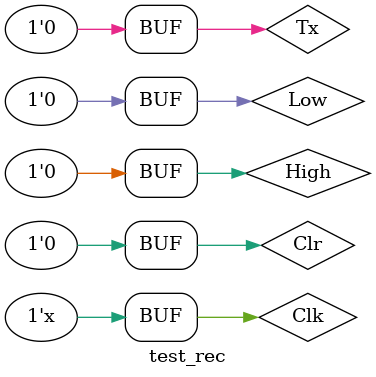
<source format=v>
`timescale 1ns / 1ps


module test_rec;

	// Inputs
	reg Clk;
	reg Clr;
	reg High;
	reg Low;
	reg Tx;

	// Bidirs
	wire Rx;
	wire [31:0] out_fifo;

	// Instantiate the Unit Under Test (UUT)
	RECModule uut (
		.Clk(Clk), 
		.out_fifo(out_fifo),
		.Clr(Clr), 
		.High(High), 
		.Low(Low), 
		.Tx(Tx), 
		.Rx(Rx)
	);

	initial begin
		// Initialize Inputs
		Clk = 0;
		Clr = 0;
		High = 0;
		Low = 0;
		Tx = 0;

		// Wait 100 ns for global reset to finish
		#100;
        
		// Add stimulus here

	end
      
		always
	#20.834 Clk = !Clk;
	
	initial
	begin
	
	#20.84 High <= 1;
	#5000.16 High <= 0;
	
	#5000.16 Low <= 1;
	#5000.16 Low <= 0;
	
	#5000.16 High <= 1;//
	#5000.16 High <= 0;
	
	#5000.16 High <= 1;//
	#5000.16 High <= 0;
	
	#5000.16 High <= 1;
	#5000.16 High <= 0;
	
	#5000.16 High <= 1;
	#5000.16 High <= 0;
	
	#5000.16 High <= 1;
	#5000.16 High <= 0;
	
	#5000.16 High <= 1;
	#5000.16 High <= 0;
	
	#5000.16 High <= 1;
	#5000.16 High <= 0;
	
	#5000.16 High <= 1;
	#5000.16 High <= 0;
	
	#5000.16 High <= 1;
	#5000.16 High <= 0;
	
	#5000.16 Low <= 1;
	#5000.16 Low <= 0;
	
	#5000.16 High <= 1;
	#5000.16 High <= 0;
	
	#5000.16 High <= 1;
	#5000.16 High <= 0;
	
	#5000.16 High <= 1;
	#5000.16 High <= 0;
	
	#5000.16 High <= 1;
	#5000.16 High <= 0;
	
	#5000.16 High <= 1;
	#5000.16 High <= 0;
	
	#5000.16 High <= 1;
	#5000.16 High <= 0;
	
	#5000.16 Low <= 1;
	#5000.16 Low <= 0;
	
	#5000.16 High <= 1;
	#5000.16 High <= 0;
	
	#5000.16 High <= 1;
	#5000.16 High <= 0;
	
	#5000.16 High <= 1;
	#5000.16 High <= 0;
	
	#5000.16 High <= 1;//
	#5000.16 High <= 0;
	
	#5000.16 High <= 1;//
	#5000.16 High <= 0;
	
	#5000.16 High <= 1;
	#5000.16 High <= 0;
	
	#5000.16 High <= 1;
	#5000.16 High <= 0;
	
	#5000.16 High <= 1;
	#5000.16 High <= 0;
	
	#5000.16 High <= 1;
	#5000.16 High <= 0;
	
	#5000.16 High <= 1;
	#5000.16 High <= 0;
	
	#5000.16 Low <= 1;
	#5000.16 Low <= 0;
	
	#5000.16 Low <= 1;
	#5000.16 Low <= 0;
	
	#5000.16 High <= 1;
	#5000.16 High <= 0;
////	
//	//#100000
////	
////	
////	//////////////
//   #1000000 High <= 1;
//	#5000.16 High	<= 0;
//	
//	#5000.16 Low <= 1;
//	#5000.16 Low <= 0;
//	
//	#5000.16 High <= 1;//
//	#5000.16 High <= 0;
//	
//	#5000.16 Low <= 1;
//	#5000.16 Low <= 0;
//	
//	#5000.16 High <= 1;
//	#5000.16 High <= 0;
//	
//	#5000.16 High <= 1;
//	#5000.16 High <= 0;
//	
//	#5000.16 High <= 1;
//	#5000.16 High <= 0;
//	
//	#5000.16 High <= 1;
//	#5000.16 High <= 0;
//	
//	#5000.16 High <= 1;
//	#5000.16 High <= 0;
//	
//	#5000.16 High <= 1;
//	#5000.16 High <= 0;
//	
//	#5000.16 High <= 1;
//	#5000.16 High <= 0;
//	
//	#5000.16 Low <= 1;
//	#5000.16 Low <= 0;
//	
//	#5000.16 High <= 1;
//	#5000.16 High <= 0;
//	
//	#5000.16 High <= 1;
//	#5000.16 High <= 0;
//	
//	#5000.16 High <= 1;
//	#5000.16 High <= 0;
//	
//	#5000.16 High <= 1;
//	#5000.16 High <= 0;
//	
//	#5000.16 High <= 1;
//	#5000.16 High <= 0;
//	
//	#5000.16 High <= 1;
//	#5000.16 High <= 0;
//	
//	#5000.16 Low <= 1;
//	#5000.16 Low <= 0;
//	
//	#5000.16 High <= 1;
//	#5000.16 High <= 0;
//	
//	#5000.16 High <= 1;
//	#5000.16 High <= 0;
//	
//	#5000.16 High <= 1;
//	#5000.16 High <= 0;
//	
//	#5000.16 High <= 1;//
//	#5000.16 High <= 0;
//	
//	#5000.16 High <= 1;//
//	#5000.16 High <= 0;
//	
//	#5000.16 High <= 1;
//	#5000.16 High <= 0;
//	
//	#5000.16 High <= 1;
//	#5000.16 High <= 0;
//	
//	#5000.16 High <= 1;
//	#5000.16 High <= 0;
//	
//	#5000.16 High <= 1;
//	#5000.16 High <= 0;
//	
//	#5000.16 Low <= 1;
//	#5000.16 Low <= 0;
//	
//	#5000.16 Low <= 1;
//	#5000.16 Low <= 0;
//	
//	#5000.16 Low <= 1;
//	#5000.16 Low <= 0;
//	
//	#5000.16 High <= 1;
//	#5000.16 High <= 0;
	end
		
endmodule


</source>
